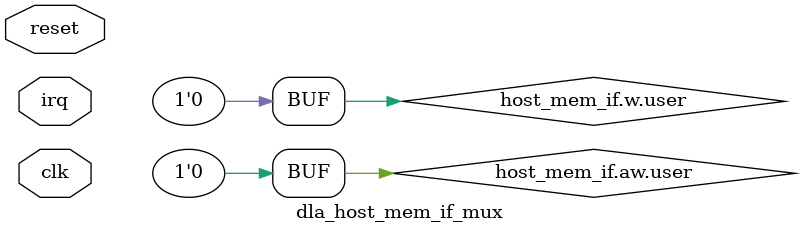
<source format=sv>


module dla_host_mem_if_mux 
(
  input clk,
  input reset,

  input [3:0] irq,
    
  // to host memory
  ofs_plat_axi_mem_if.to_sink host_mem_if,
    
  // from DMA IP
  ofs_plat_axi_mem_if.to_source dma_mem_if
);

  logic [3:0] irq_d;
  logic [3:0] irq_pending;
  logic [3:0] set_irq_pending;
  logic [3:0] clear_irq_pending;

  logic [9:0] burst_counter;
  logic load_burst_counter;
  logic enable_burst_counter;
  logic [1:0] pending_irq_id;
  logic send_irq_data;

  // pipeline and duplicate the reset signal
  parameter RESET_PIPE_DEPTH = 4;
  logic [RESET_PIPE_DEPTH-1:0] rst_pipe;
  logic rst_local;
  always_ff @(posedge clk) begin
    {rst_local,rst_pipe}  <= {rst_pipe[RESET_PIPE_DEPTH-1:0], 1'b0};
    if (reset) begin
      rst_local <= '1;
      rst_pipe  <= '1;
    end
  end

  // The dma_mem_if/host_mem_if signals are directly connected with no manipulation.
  always_comb begin
    // AXI read interface signals
    host_mem_if.arvalid = dma_mem_if.arvalid;
    dma_mem_if.arready  = host_mem_if.arready;

    host_mem_if.ar.id     = dma_mem_if.ar.id;
    host_mem_if.ar.addr   = dma_mem_if.ar.addr;
    host_mem_if.ar.len    = dma_mem_if.ar.len;
    host_mem_if.ar.size   = dma_mem_if.ar.size;
    host_mem_if.ar.burst  = dma_mem_if.ar.burst;
    host_mem_if.ar.lock   = dma_mem_if.ar.lock;
    host_mem_if.ar.cache  = dma_mem_if.ar.cache;
    host_mem_if.ar.prot   = dma_mem_if.ar.prot;
    host_mem_if.ar.user   = dma_mem_if.ar.user;
    host_mem_if.ar.qos    = dma_mem_if.ar.qos;
    host_mem_if.ar.region = dma_mem_if.ar.region;

    dma_mem_if.rvalid  = host_mem_if.rvalid;
    host_mem_if.rready = dma_mem_if.rready;

    dma_mem_if.r.id   = host_mem_if.r.id;
    dma_mem_if.r.data = host_mem_if.r.data;
    dma_mem_if.r.resp = host_mem_if.r.resp;
    dma_mem_if.r.last = host_mem_if.r.last;
    dma_mem_if.r.user = host_mem_if.r.user;
  end

  // latch the incoming rising edge of the IRQ inputs; ignore the level after it has been latched
  // because it will take some time for sw to clear it.
  genvar i;
  generate
    for (i=0; i<4; i++) begin : irq_handling
        
      always_ff @(posedge clk) begin
         if (rst_local)
           irq_d[i] <= 'b0;
         else 
           irq_d[i] <= irq[i];
        end
        
        always_ff @(posedge clk) begin
          if (rst_local)
            irq_pending[i] <= 'b0;
          else begin
            case ({set_irq_pending[i], clear_irq_pending[i]})
              2'b01: irq_pending[i] <= 1'b0;
              2'b10: irq_pending[i] <= 1'b1;
              2'b11: irq_pending[i] <= 1'b1; // weird but possible to have the IRQ cleared and re-set on same clock
              default: irq_pending[i] <= irq_pending[i];
            endcase
          end
        end
        
        // rising edge of the IRQ sets the pending flag
        assign set_irq_pending[i] = irq[i] & ~irq_d[i];
        
        // clear the pending flag once we've sent the IRQ data on aw interface
        assign clear_irq_pending[i] = send_irq_data & (pending_irq_id == i);
        
    end : irq_handling
  endgenerate

  assign pending_irq_id = irq_pending[0] ? 2'b00 :
                          irq_pending[1] ? 2'b01 :
                          irq_pending[2] ? 2'b10 : 2'b11;

  assign send_irq_data = |irq_pending & (burst_counter == 'b0) & host_mem_if.awready & host_mem_if.wready;

  // awready and wready is a combination of the awready and wready signal 
  // from the host/PIM and the IRQ-write.
  assign dma_mem_if.awready = host_mem_if.awready & !send_irq_data;
  assign dma_mem_if.wready  = host_mem_if.wready  & !send_irq_data;

  // switch the aw signals between IRQ and dma_mem_if based on the send_irq_data signal
  always_comb begin
    // AXI write interface signals
    host_mem_if.awvalid   = send_irq_data ? 1'b1                 : dma_mem_if.awvalid;
    host_mem_if.aw.id     = send_irq_data ?  'b0                 : dma_mem_if.aw.id;
    host_mem_if.aw.addr   = send_irq_data ? {'0, pending_irq_id} : dma_mem_if.aw.addr;
    host_mem_if.aw.len    = send_irq_data ?  'b0                 : dma_mem_if.aw.len;
    host_mem_if.aw.size   = send_irq_data ? 3'b110               : dma_mem_if.aw.size;
    host_mem_if.aw.burst  = send_irq_data ? 2'b01                : dma_mem_if.aw.burst;
    host_mem_if.aw.lock   = dma_mem_if.aw.lock;
    host_mem_if.aw.cache  = dma_mem_if.aw.cache;
    host_mem_if.aw.prot   = dma_mem_if.aw.prot;
    host_mem_if.aw.user   = '0;
    host_mem_if.aw.qos    = dma_mem_if.aw.qos;
    host_mem_if.aw.region = dma_mem_if.aw.region;

    host_mem_if.wvalid  = send_irq_data ? 1'b1 : dma_mem_if.wvalid;
    host_mem_if.w.data  = send_irq_data ?  'b0 : dma_mem_if.w.data;
    host_mem_if.w.strb  = send_irq_data ?  'b1 : dma_mem_if.w.strb;
    host_mem_if.w.last  = send_irq_data ? 1'b1 : dma_mem_if.w.last;
    host_mem_if.w.user  = '0;

    dma_mem_if.bvalid  = host_mem_if.bvalid;
    host_mem_if.bready = dma_mem_if.bready;
    dma_mem_if.b.id    = host_mem_if.b.id;
    dma_mem_if.b.resp  = host_mem_if.b.resp;
    dma_mem_if.b.user  = host_mem_if.b.user;
    
    if (send_irq_data) begin
        host_mem_if.aw.user[ofs_plat_host_chan_axi_mem_pkg::HC_AXI_UFLAG_INTERRUPT] = 1'b1;
        host_mem_if.w.user[ofs_plat_host_chan_axi_mem_pkg::HC_AXI_UFLAG_INTERRUPT] = 1'b1;
    end
  end

  // need to track the wr_write bursts to ensure we don't send an IRQ in the middle of a burst
  assign load_burst_counter = (burst_counter == 'b0) & (dma_mem_if.awvalid) & !send_irq_data;
  assign enable_burst_counter = (burst_counter != 'b0) & (dma_mem_if.wvalid) & host_mem_if.wready;

  always_ff @(posedge clk) begin
    if (rst_local)
      burst_counter <= 'b0;
    else if (load_burst_counter)
      burst_counter <= dma_mem_if.aw.len;
    else if (enable_burst_counter && (burst_counter != '0))
      burst_counter <= burst_counter - 1'b1;
  end

endmodule : dla_host_mem_if_mux

</source>
